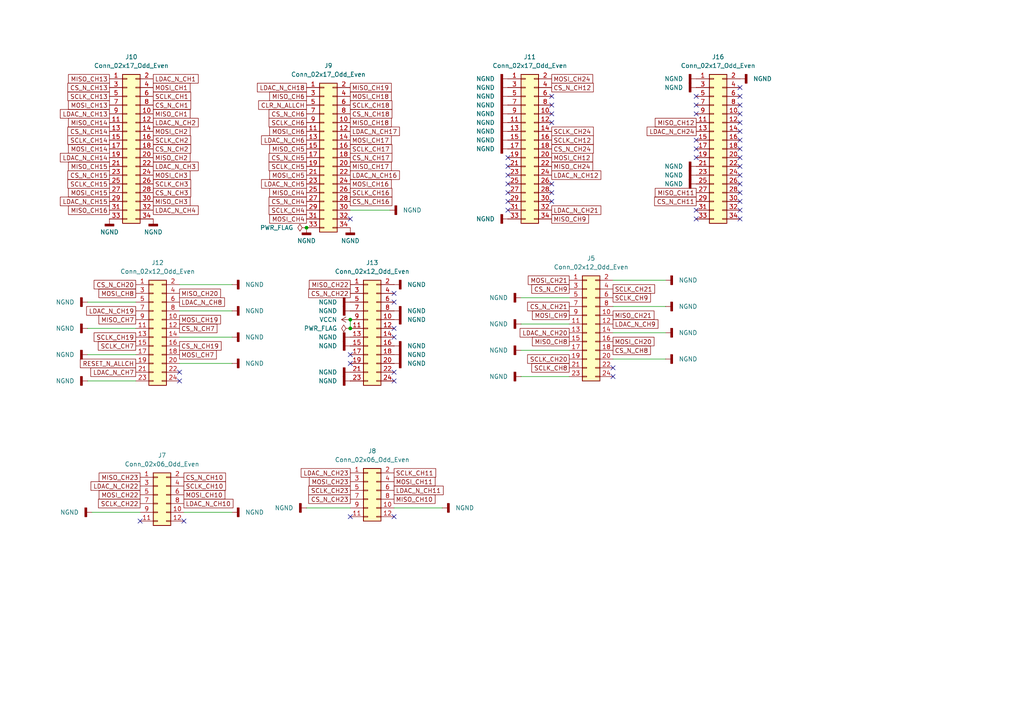
<source format=kicad_sch>
(kicad_sch (version 20250114) (generator "eeschema") (generator_version "9.0")
  (paper "A4")
  (lib_symbols
    (symbol "Connector_Generic:Conn_02x06_Odd_Even" (pin_names (offset 1.016) (hide yes))
      (property "Reference" "J" (at 1.27 7.62 0))
      (property "Value" "Conn_02x06_Odd_Even" (at 1.27 -10.16 0))
      (symbol "Conn_02x06_Odd_Even_1_1"
        (rectangle (start -1.27 6.35) (end 3.81 -8.89) (stroke (width 0.254)) (fill (type background)))
        (rectangle (start -1.27 5.207) (end 0 4.953) (stroke (width 0.1524)))
        (rectangle (start -1.27 2.667) (end 0 2.413) (stroke (width 0.1524)))
        (rectangle (start -1.27 0.127) (end 0 -0.127) (stroke (width 0.1524)))
        (rectangle (start -1.27 -2.413) (end 0 -2.667) (stroke (width 0.1524)))
        (rectangle (start -1.27 -4.953) (end 0 -5.207) (stroke (width 0.1524)))
        (rectangle (start -1.27 -7.493) (end 0 -7.747) (stroke (width 0.1524)))
        (rectangle (start 3.81 5.207) (end 2.54 4.953) (stroke (width 0.1524)))
        (rectangle (start 3.81 2.667) (end 2.54 2.413) (stroke (width 0.1524)))
        (rectangle (start 3.81 0.127) (end 2.54 -0.127) (stroke (width 0.1524)))
        (rectangle (start 3.81 -2.413) (end 2.54 -2.667) (stroke (width 0.1524)))
        (rectangle (start 3.81 -4.953) (end 2.54 -5.207) (stroke (width 0.1524)))
        (rectangle (start 3.81 -7.493) (end 2.54 -7.747) (stroke (width 0.1524)))
        (pin passive line (at -5.08 5.08 0) (length 3.81) (name "Pin_1") (number "1"))
        (pin passive line (at -5.08 2.54 0) (length 3.81) (name "Pin_3") (number "3"))
        (pin passive line (at -5.08 0 0) (length 3.81) (name "Pin_5") (number "5"))
        (pin passive line (at -5.08 -2.54 0) (length 3.81) (name "Pin_7") (number "7"))
        (pin passive line (at -5.08 -5.08 0) (length 3.81) (name "Pin_9") (number "9"))
        (pin passive line (at -5.08 -7.62 0) (length 3.81) (name "Pin_11") (number "11"))
        (pin passive line (at 7.62 5.08 180) (length 3.81) (name "Pin_2") (number "2"))
        (pin passive line (at 7.62 2.54 180) (length 3.81) (name "Pin_4") (number "4"))
        (pin passive line (at 7.62 0 180) (length 3.81) (name "Pin_6") (number "6"))
        (pin passive line (at 7.62 -2.54 180) (length 3.81) (name "Pin_8") (number "8"))
        (pin passive line (at 7.62 -5.08 180) (length 3.81) (name "Pin_10") (number "10"))
        (pin passive line (at 7.62 -7.62 180) (length 3.81) (name "Pin_12") (number "12"))
      )
    )
    (symbol "Connector_Generic:Conn_02x12_Odd_Even" (pin_names (offset 1.016) (hide yes))
      (property "Reference" "J" (at 1.27 15.24 0))
      (property "Value" "Conn_02x12_Odd_Even" (at 1.27 -17.78 0))
      (symbol "Conn_02x12_Odd_Even_1_1"
        (rectangle (start -1.27 13.97) (end 3.81 -16.51) (stroke (width 0.254)) (fill (type background)))
        (rectangle (start -1.27 12.827) (end 0 12.573) (stroke (width 0.1524)))
        (rectangle (start -1.27 10.287) (end 0 10.033) (stroke (width 0.1524)))
        (rectangle (start -1.27 7.747) (end 0 7.493) (stroke (width 0.1524)))
        (rectangle (start -1.27 5.207) (end 0 4.953) (stroke (width 0.1524)))
        (rectangle (start -1.27 2.667) (end 0 2.413) (stroke (width 0.1524)))
        (rectangle (start -1.27 0.127) (end 0 -0.127) (stroke (width 0.1524)))
        (rectangle (start -1.27 -2.413) (end 0 -2.667) (stroke (width 0.1524)))
        (rectangle (start -1.27 -4.953) (end 0 -5.207) (stroke (width 0.1524)))
        (rectangle (start -1.27 -7.493) (end 0 -7.747) (stroke (width 0.1524)))
        (rectangle (start -1.27 -10.033) (end 0 -10.287) (stroke (width 0.1524)))
        (rectangle (start -1.27 -12.573) (end 0 -12.827) (stroke (width 0.1524)))
        (rectangle (start -1.27 -15.113) (end 0 -15.367) (stroke (width 0.1524)))
        (rectangle (start 3.81 12.827) (end 2.54 12.573) (stroke (width 0.1524)))
        (rectangle (start 3.81 10.287) (end 2.54 10.033) (stroke (width 0.1524)))
        (rectangle (start 3.81 7.747) (end 2.54 7.493) (stroke (width 0.1524)))
        (rectangle (start 3.81 5.207) (end 2.54 4.953) (stroke (width 0.1524)))
        (rectangle (start 3.81 2.667) (end 2.54 2.413) (stroke (width 0.1524)))
        (rectangle (start 3.81 0.127) (end 2.54 -0.127) (stroke (width 0.1524)))
        (rectangle (start 3.81 -2.413) (end 2.54 -2.667) (stroke (width 0.1524)))
        (rectangle (start 3.81 -4.953) (end 2.54 -5.207) (stroke (width 0.1524)))
        (rectangle (start 3.81 -7.493) (end 2.54 -7.747) (stroke (width 0.1524)))
        (rectangle (start 3.81 -10.033) (end 2.54 -10.287) (stroke (width 0.1524)))
        (rectangle (start 3.81 -12.573) (end 2.54 -12.827) (stroke (width 0.1524)))
        (rectangle (start 3.81 -15.113) (end 2.54 -15.367) (stroke (width 0.1524)))
        (pin passive line (at -5.08 12.7 0) (length 3.81) (name "Pin_1") (number "1"))
        (pin passive line (at -5.08 10.16 0) (length 3.81) (name "Pin_3") (number "3"))
        (pin passive line (at -5.08 7.62 0) (length 3.81) (name "Pin_5") (number "5"))
        (pin passive line (at -5.08 5.08 0) (length 3.81) (name "Pin_7") (number "7"))
        (pin passive line (at -5.08 2.54 0) (length 3.81) (name "Pin_9") (number "9"))
        (pin passive line (at -5.08 0 0) (length 3.81) (name "Pin_11") (number "11"))
        (pin passive line (at -5.08 -2.54 0) (length 3.81) (name "Pin_13") (number "13"))
        (pin passive line (at -5.08 -5.08 0) (length 3.81) (name "Pin_15") (number "15"))
        (pin passive line (at -5.08 -7.62 0) (length 3.81) (name "Pin_17") (number "17"))
        (pin passive line (at -5.08 -10.16 0) (length 3.81) (name "Pin_19") (number "19"))
        (pin passive line (at -5.08 -12.7 0) (length 3.81) (name "Pin_21") (number "21"))
        (pin passive line (at -5.08 -15.24 0) (length 3.81) (name "Pin_23") (number "23"))
        (pin passive line (at 7.62 12.7 180) (length 3.81) (name "Pin_2") (number "2"))
        (pin passive line (at 7.62 10.16 180) (length 3.81) (name "Pin_4") (number "4"))
        (pin passive line (at 7.62 7.62 180) (length 3.81) (name "Pin_6") (number "6"))
        (pin passive line (at 7.62 5.08 180) (length 3.81) (name "Pin_8") (number "8"))
        (pin passive line (at 7.62 2.54 180) (length 3.81) (name "Pin_10") (number "10"))
        (pin passive line (at 7.62 0 180) (length 3.81) (name "Pin_12") (number "12"))
        (pin passive line (at 7.62 -2.54 180) (length 3.81) (name "Pin_14") (number "14"))
        (pin passive line (at 7.62 -5.08 180) (length 3.81) (name "Pin_16") (number "16"))
        (pin passive line (at 7.62 -7.62 180) (length 3.81) (name "Pin_18") (number "18"))
        (pin passive line (at 7.62 -10.16 180) (length 3.81) (name "Pin_20") (number "20"))
        (pin passive line (at 7.62 -12.7 180) (length 3.81) (name "Pin_22") (number "22"))
        (pin passive line (at 7.62 -15.24 180) (length 3.81) (name "Pin_24") (number "24"))
      )
    )
    (symbol "Connector_Generic:Conn_02x17_Odd_Even" (pin_names (offset 1.016) (hide yes))
      (property "Reference" "J" (at 1.27 22.86 0))
      (property "Value" "Conn_02x17_Odd_Even" (at 1.27 -22.86 0))
      (symbol "Conn_02x17_Odd_Even_1_1"
        (rectangle (start -1.27 21.59) (end 3.81 -21.59) (stroke (width 0.254)) (fill (type background)))
        (rectangle (start -1.27 20.447) (end 0 20.193) (stroke (width 0.1524)))
        (rectangle (start -1.27 17.907) (end 0 17.653) (stroke (width 0.1524)))
        (rectangle (start -1.27 15.367) (end 0 15.113) (stroke (width 0.1524)))
        (rectangle (start -1.27 12.827) (end 0 12.573) (stroke (width 0.1524)))
        (rectangle (start -1.27 10.287) (end 0 10.033) (stroke (width 0.1524)))
        (rectangle (start -1.27 7.747) (end 0 7.493) (stroke (width 0.1524)))
        (rectangle (start -1.27 5.207) (end 0 4.953) (stroke (width 0.1524)))
        (rectangle (start -1.27 2.667) (end 0 2.413) (stroke (width 0.1524)))
        (rectangle (start -1.27 0.127) (end 0 -0.127) (stroke (width 0.1524)))
        (rectangle (start -1.27 -2.413) (end 0 -2.667) (stroke (width 0.1524)))
        (rectangle (start -1.27 -4.953) (end 0 -5.207) (stroke (width 0.1524)))
        (rectangle (start -1.27 -7.493) (end 0 -7.747) (stroke (width 0.1524)))
        (rectangle (start -1.27 -10.033) (end 0 -10.287) (stroke (width 0.1524)))
        (rectangle (start -1.27 -12.573) (end 0 -12.827) (stroke (width 0.1524)))
        (rectangle (start -1.27 -15.113) (end 0 -15.367) (stroke (width 0.1524)))
        (rectangle (start -1.27 -17.653) (end 0 -17.907) (stroke (width 0.1524)))
        (rectangle (start -1.27 -20.193) (end 0 -20.447) (stroke (width 0.1524)))
        (rectangle (start 3.81 20.447) (end 2.54 20.193) (stroke (width 0.1524)))
        (rectangle (start 3.81 17.907) (end 2.54 17.653) (stroke (width 0.1524)))
        (rectangle (start 3.81 15.367) (end 2.54 15.113) (stroke (width 0.1524)))
        (rectangle (start 3.81 12.827) (end 2.54 12.573) (stroke (width 0.1524)))
        (rectangle (start 3.81 10.287) (end 2.54 10.033) (stroke (width 0.1524)))
        (rectangle (start 3.81 7.747) (end 2.54 7.493) (stroke (width 0.1524)))
        (rectangle (start 3.81 5.207) (end 2.54 4.953) (stroke (width 0.1524)))
        (rectangle (start 3.81 2.667) (end 2.54 2.413) (stroke (width 0.1524)))
        (rectangle (start 3.81 0.127) (end 2.54 -0.127) (stroke (width 0.1524)))
        (rectangle (start 3.81 -2.413) (end 2.54 -2.667) (stroke (width 0.1524)))
        (rectangle (start 3.81 -4.953) (end 2.54 -5.207) (stroke (width 0.1524)))
        (rectangle (start 3.81 -7.493) (end 2.54 -7.747) (stroke (width 0.1524)))
        (rectangle (start 3.81 -10.033) (end 2.54 -10.287) (stroke (width 0.1524)))
        (rectangle (start 3.81 -12.573) (end 2.54 -12.827) (stroke (width 0.1524)))
        (rectangle (start 3.81 -15.113) (end 2.54 -15.367) (stroke (width 0.1524)))
        (rectangle (start 3.81 -17.653) (end 2.54 -17.907) (stroke (width 0.1524)))
        (rectangle (start 3.81 -20.193) (end 2.54 -20.447) (stroke (width 0.1524)))
        (pin passive line (at -5.08 20.32 0) (length 3.81) (name "Pin_1") (number "1"))
        (pin passive line (at -5.08 17.78 0) (length 3.81) (name "Pin_3") (number "3"))
        (pin passive line (at -5.08 15.24 0) (length 3.81) (name "Pin_5") (number "5"))
        (pin passive line (at -5.08 12.7 0) (length 3.81) (name "Pin_7") (number "7"))
        (pin passive line (at -5.08 10.16 0) (length 3.81) (name "Pin_9") (number "9"))
        (pin passive line (at -5.08 7.62 0) (length 3.81) (name "Pin_11") (number "11"))
        (pin passive line (at -5.08 5.08 0) (length 3.81) (name "Pin_13") (number "13"))
        (pin passive line (at -5.08 2.54 0) (length 3.81) (name "Pin_15") (number "15"))
        (pin passive line (at -5.08 0 0) (length 3.81) (name "Pin_17") (number "17"))
        (pin passive line (at -5.08 -2.54 0) (length 3.81) (name "Pin_19") (number "19"))
        (pin passive line (at -5.08 -5.08 0) (length 3.81) (name "Pin_21") (number "21"))
        (pin passive line (at -5.08 -7.62 0) (length 3.81) (name "Pin_23") (number "23"))
        (pin passive line (at -5.08 -10.16 0) (length 3.81) (name "Pin_25") (number "25"))
        (pin passive line (at -5.08 -12.7 0) (length 3.81) (name "Pin_27") (number "27"))
        (pin passive line (at -5.08 -15.24 0) (length 3.81) (name "Pin_29") (number "29"))
        (pin passive line (at -5.08 -17.78 0) (length 3.81) (name "Pin_31") (number "31"))
        (pin passive line (at -5.08 -20.32 0) (length 3.81) (name "Pin_33") (number "33"))
        (pin passive line (at 7.62 20.32 180) (length 3.81) (name "Pin_2") (number "2"))
        (pin passive line (at 7.62 17.78 180) (length 3.81) (name "Pin_4") (number "4"))
        (pin passive line (at 7.62 15.24 180) (length 3.81) (name "Pin_6") (number "6"))
        (pin passive line (at 7.62 12.7 180) (length 3.81) (name "Pin_8") (number "8"))
        (pin passive line (at 7.62 10.16 180) (length 3.81) (name "Pin_10") (number "10"))
        (pin passive line (at 7.62 7.62 180) (length 3.81) (name "Pin_12") (number "12"))
        (pin passive line (at 7.62 5.08 180) (length 3.81) (name "Pin_14") (number "14"))
        (pin passive line (at 7.62 2.54 180) (length 3.81) (name "Pin_16") (number "16"))
        (pin passive line (at 7.62 0 180) (length 3.81) (name "Pin_18") (number "18"))
        (pin passive line (at 7.62 -2.54 180) (length 3.81) (name "Pin_20") (number "20"))
        (pin passive line (at 7.62 -5.08 180) (length 3.81) (name "Pin_22") (number "22"))
        (pin passive line (at 7.62 -7.62 180) (length 3.81) (name "Pin_24") (number "24"))
        (pin passive line (at 7.62 -10.16 180) (length 3.81) (name "Pin_26") (number "26"))
        (pin passive line (at 7.62 -12.7 180) (length 3.81) (name "Pin_28") (number "28"))
        (pin passive line (at 7.62 -15.24 180) (length 3.81) (name "Pin_30") (number "30"))
        (pin passive line (at 7.62 -17.78 180) (length 3.81) (name "Pin_32") (number "32"))
        (pin passive line (at 7.62 -20.32 180) (length 3.81) (name "Pin_34") (number "34"))
      )
    )
    (symbol "power:GNDD" (power) (pin_numbers (hide yes)) (pin_names (offset 0) (hide yes))
      (property "Value" "GNDD" (at 0 -3.175 0))
      (symbol "GNDD_0_1"
        (rectangle (start -1.27 -1.524) (end 1.27 -2.032) (stroke (width 0.254)) (fill (type outline)))
        (polyline (pts (xy 0 0) (xy 0 -1.524)))
      )
      (symbol "GNDD_1_1"
        (pin power_in line (at 0 0 270) (length 0) (name "~") (number "1"))
      )
    )
    (symbol "power:PWR_FLAG" (power) (pin_numbers (hide yes)) (pin_names (offset 0) (hide yes))
      (property "Value" "PWR_FLAG" (at 0 3.81 0))
      (symbol "PWR_FLAG_0_0"
        (pin power_out line (at 0 0 90) (length 0) (name "~") (number "1"))
      )
      (symbol "PWR_FLAG_0_1"
        (polyline (pts (xy 0 0) (xy 0 1.27) (xy -1.016 1.905) (xy 0 2.54) (xy 1.016 1.905) (xy 0 1.27)))
      )
    )
    (symbol "power:VCC" (power) (pin_numbers (hide yes)) (pin_names (offset 0) (hide yes))
      (property "Value" "VCC" (at 0 3.556 0))
      (symbol "VCC_0_1"
        (polyline (pts (xy -0.762 1.27) (xy 0 2.54)))
        (polyline (pts (xy 0 2.54) (xy 0.762 1.27)))
        (polyline (pts (xy 0 0) (xy 0 2.54)))
      )
      (symbol "VCC_1_1"
        (pin power_in line (at 0 0 90) (length 0) (name "~") (number "1"))
      )
    )
  )
  (junction (at 101.6 95.25))
  (junction (at 88.9 66.04))
  (junction (at 101.6 92.71))
  (no_connect (at 201.93 33.02))
  (no_connect (at 114.3 87.63))
  (no_connect (at 201.93 30.48))
  (no_connect (at 201.93 63.5))
  (no_connect (at 114.3 95.25))
  (no_connect (at 214.63 58.42))
  (no_connect (at 101.6 149.86))
  (no_connect (at 214.63 35.56))
  (no_connect (at 201.93 27.94))
  (no_connect (at 214.63 30.48))
  (no_connect (at 114.3 107.95))
  (no_connect (at 147.32 58.42))
  (no_connect (at 114.3 85.09))
  (no_connect (at 201.93 43.18))
  (no_connect (at 214.63 25.4))
  (no_connect (at 114.3 110.49))
  (no_connect (at 214.63 60.96))
  (no_connect (at 214.63 48.26))
  (no_connect (at 52.07 110.49))
  (no_connect (at 214.63 27.94))
  (no_connect (at 147.32 45.72))
  (no_connect (at 147.32 50.8))
  (no_connect (at 114.3 97.79))
  (no_connect (at 40.64 151.13))
  (no_connect (at 160.02 30.48))
  (no_connect (at 160.02 27.94))
  (no_connect (at 101.6 102.87))
  (no_connect (at 147.32 53.34))
  (no_connect (at 147.32 48.26))
  (no_connect (at 214.63 43.18))
  (no_connect (at 201.93 45.72))
  (no_connect (at 53.34 151.13))
  (no_connect (at 201.93 40.64))
  (no_connect (at 160.02 55.88))
  (no_connect (at 101.6 63.5))
  (no_connect (at 201.93 60.96))
  (no_connect (at 214.63 55.88))
  (no_connect (at 147.32 60.96))
  (no_connect (at 214.63 45.72))
  (no_connect (at 214.63 53.34))
  (no_connect (at 214.63 50.8))
  (no_connect (at 114.3 149.86))
  (no_connect (at 147.32 55.88))
  (no_connect (at 214.63 40.64))
  (no_connect (at 177.8 109.22))
  (no_connect (at 160.02 35.56))
  (no_connect (at 160.02 33.02))
  (no_connect (at 52.07 107.95))
  (no_connect (at 214.63 33.02))
  (no_connect (at 160.02 53.34))
  (no_connect (at 214.63 63.5))
  (no_connect (at 177.8 106.68))
  (no_connect (at 214.63 38.1))
  (no_connect (at 101.6 105.41))
  (no_connect (at 160.02 58.42))
  (wire (pts (xy 193.04 81.28) (xy 177.8 81.28)))
  (wire (pts (xy 25.4 102.87) (xy 39.37 102.87)))
  (wire (pts (xy 151.13 93.98) (xy 165.1 93.98)))
  (wire (pts (xy 151.13 86.36) (xy 165.1 86.36)))
  (wire (pts (xy 128.27 147.32) (xy 114.3 147.32)))
  (wire (pts (xy 25.4 95.25) (xy 39.37 95.25)))
  (wire (pts (xy 25.4 87.63) (xy 39.37 87.63)))
  (wire (pts (xy 67.31 148.59) (xy 53.34 148.59)))
  (wire (pts (xy 193.04 88.9) (xy 177.8 88.9)))
  (wire (pts (xy 151.13 109.22) (xy 165.1 109.22)))
  (wire (pts (xy 193.04 104.14) (xy 177.8 104.14)))
  (wire (pts (xy 101.6 92.71) (xy 101.6 95.25)))
  (wire (pts (xy 67.31 105.41) (xy 52.07 105.41)))
  (wire (pts (xy 193.04 96.52) (xy 177.8 96.52)))
  (wire (pts (xy 67.31 90.17) (xy 52.07 90.17)))
  (wire (pts (xy 88.9 147.32) (xy 101.6 147.32)))
  (wire (pts (xy 151.13 101.6) (xy 165.1 101.6)))
  (wire (pts (xy 113.03 60.96) (xy 101.6 60.96)))
  (wire (pts (xy 25.4 110.49) (xy 39.37 110.49)))
  (wire (pts (xy 26.67 148.59) (xy 40.64 148.59)))
  (wire (pts (xy 67.31 97.79) (xy 52.07 97.79)))
  (wire (pts (xy 67.31 82.55) (xy 52.07 82.55)))
  (global_label "LDAC_N_CH18" (shape passive) (at 88.9 25.4 180) (property "Intersheetrefs" "${INTERSHEET_REFS}" (effects (hide yes))))
  (global_label "SCLK_CH3" (shape passive) (at 44.45 53.34 0) (property "Intersheetrefs" "${INTERSHEET_REFS}" (effects (hide yes))))
  (global_label "LDAC_N_CH15" (shape passive) (at 31.75 58.42 180) (property "Intersheetrefs" "${INTERSHEET_REFS}" (effects (hide yes))))
  (global_label "MISO_CH4" (shape passive) (at 88.9 55.88 180) (property "Intersheetrefs" "${INTERSHEET_REFS}" (effects (hide yes))))
  (global_label "MOSI_CH5" (shape passive) (at 88.9 50.8 180) (property "Intersheetrefs" "${INTERSHEET_REFS}" (effects (hide yes))))
  (global_label "MOSI_CH14" (shape passive) (at 31.75 43.18 180) (property "Intersheetrefs" "${INTERSHEET_REFS}" (effects (hide yes))))
  (global_label "CS_N_CH12" (shape passive) (at 160.02 25.4 0) (property "Intersheetrefs" "${INTERSHEET_REFS}" (effects (hide yes))))
  (global_label "MOSI_CH13" (shape passive) (at 31.75 30.48 180) (property "Intersheetrefs" "${INTERSHEET_REFS}" (effects (hide yes))))
  (global_label "SCLK_CH11" (shape passive) (at 114.3 137.16 0) (property "Intersheetrefs" "${INTERSHEET_REFS}" (effects (hide yes))))
  (global_label "MISO_CH22" (shape passive) (at 101.6 82.55 180) (property "Intersheetrefs" "${INTERSHEET_REFS}" (effects (hide yes))))
  (global_label "LDAC_N_CH17" (shape passive) (at 101.6 38.1 0) (property "Intersheetrefs" "${INTERSHEET_REFS}" (effects (hide yes))))
  (global_label "CS_N_CH14" (shape passive) (at 31.75 38.1 180) (property "Intersheetrefs" "${INTERSHEET_REFS}" (effects (hide yes))))
  (global_label "MISO_CH1" (shape passive) (at 44.45 33.02 0) (property "Intersheetrefs" "${INTERSHEET_REFS}" (effects (hide yes))))
  (global_label "MOSI_CH7" (shape passive) (at 52.07 102.87 0) (property "Intersheetrefs" "${INTERSHEET_REFS}" (effects (hide yes))))
  (global_label "CS_N_CH4" (shape passive) (at 88.9 58.42 180) (property "Intersheetrefs" "${INTERSHEET_REFS}" (effects (hide yes))))
  (global_label "SCLK_CH2" (shape passive) (at 44.45 40.64 0) (property "Intersheetrefs" "${INTERSHEET_REFS}" (effects (hide yes))))
  (global_label "CS_N_CH8" (shape passive) (at 177.8 101.6 0) (property "Intersheetrefs" "${INTERSHEET_REFS}" (effects (hide yes))))
  (global_label "MOSI_CH17" (shape passive) (at 101.6 40.64 0) (property "Intersheetrefs" "${INTERSHEET_REFS}" (effects (hide yes))))
  (global_label "LDAC_N_CH6" (shape passive) (at 88.9 40.64 180) (property "Intersheetrefs" "${INTERSHEET_REFS}" (effects (hide yes))))
  (global_label "SCLK_CH9" (shape passive) (at 177.8 86.36 0) (property "Intersheetrefs" "${INTERSHEET_REFS}" (effects (hide yes))))
  (global_label "SCLK_CH20" (shape passive) (at 165.1 104.14 180) (property "Intersheetrefs" "${INTERSHEET_REFS}" (effects (hide yes))))
  (global_label "SCLK_CH17" (shape passive) (at 101.6 43.18 0) (property "Intersheetrefs" "${INTERSHEET_REFS}" (effects (hide yes))))
  (global_label "MISO_CH6" (shape passive) (at 88.9 27.94 180) (property "Intersheetrefs" "${INTERSHEET_REFS}" (effects (hide yes))))
  (global_label "LDAC_N_CH22" (shape passive) (at 40.64 140.97 180) (property "Intersheetrefs" "${INTERSHEET_REFS}" (effects (hide yes))))
  (global_label "LDAC_N_CH7" (shape passive) (at 39.37 107.95 180) (property "Intersheetrefs" "${INTERSHEET_REFS}" (effects (hide yes))))
  (global_label "MISO_CH14" (shape passive) (at 31.75 35.56 180) (property "Intersheetrefs" "${INTERSHEET_REFS}" (effects (hide yes))))
  (global_label "MISO_CH20" (shape passive) (at 52.07 85.09 0) (property "Intersheetrefs" "${INTERSHEET_REFS}" (effects (hide yes))))
  (global_label "SCLK_CH22" (shape passive) (at 40.64 146.05 180) (property "Intersheetrefs" "${INTERSHEET_REFS}" (effects (hide yes))))
  (global_label "MOSI_CH23" (shape passive) (at 101.6 139.7 180) (property "Intersheetrefs" "${INTERSHEET_REFS}" (effects (hide yes))))
  (global_label "CS_N_CH10" (shape passive) (at 53.34 138.43 0) (property "Intersheetrefs" "${INTERSHEET_REFS}" (effects (hide yes))))
  (global_label "LDAC_N_CH12" (shape passive) (at 160.02 50.8 0) (property "Intersheetrefs" "${INTERSHEET_REFS}" (effects (hide yes))))
  (global_label "LDAC_N_CH11" (shape passive) (at 114.3 142.24 0) (property "Intersheetrefs" "${INTERSHEET_REFS}" (effects (hide yes))))
  (global_label "MISO_CH3" (shape passive) (at 44.45 58.42 0) (property "Intersheetrefs" "${INTERSHEET_REFS}" (effects (hide yes))))
  (global_label "CS_N_CH11" (shape passive) (at 201.93 58.42 180) (property "Intersheetrefs" "${INTERSHEET_REFS}" (effects (hide yes))))
  (global_label "CS_N_CH21" (shape passive) (at 165.1 88.9 180) (property "Intersheetrefs" "${INTERSHEET_REFS}" (effects (hide yes))))
  (global_label "SCLK_CH18" (shape passive) (at 101.6 30.48 0) (property "Intersheetrefs" "${INTERSHEET_REFS}" (effects (hide yes))))
  (global_label "MOSI_CH22" (shape passive) (at 40.64 143.51 180) (property "Intersheetrefs" "${INTERSHEET_REFS}" (effects (hide yes))))
  (global_label "SCLK_CH4" (shape passive) (at 88.9 60.96 180) (property "Intersheetrefs" "${INTERSHEET_REFS}" (effects (hide yes))))
  (global_label "RESET_N_ALLCH" (shape passive) (at 39.37 105.41 180) (property "Intersheetrefs" "${INTERSHEET_REFS}" (effects (hide yes))))
  (global_label "MISO_CH19" (shape passive) (at 101.6 25.4 0) (property "Intersheetrefs" "${INTERSHEET_REFS}" (effects (hide yes))))
  (global_label "MOSI_CH15" (shape passive) (at 31.75 55.88 180) (property "Intersheetrefs" "${INTERSHEET_REFS}" (effects (hide yes))))
  (global_label "LDAC_N_CH2" (shape passive) (at 44.45 35.56 0) (property "Intersheetrefs" "${INTERSHEET_REFS}" (effects (hide yes))))
  (global_label "SCLK_CH6" (shape passive) (at 88.9 35.56 180) (property "Intersheetrefs" "${INTERSHEET_REFS}" (effects (hide yes))))
  (global_label "LDAC_N_CH24" (shape passive) (at 201.93 38.1 180) (property "Intersheetrefs" "${INTERSHEET_REFS}" (effects (hide yes))))
  (global_label "LDAC_N_CH3" (shape passive) (at 44.45 48.26 0) (property "Intersheetrefs" "${INTERSHEET_REFS}" (effects (hide yes))))
  (global_label "SCLK_CH15" (shape passive) (at 31.75 53.34 180) (property "Intersheetrefs" "${INTERSHEET_REFS}" (effects (hide yes))))
  (global_label "SCLK_CH10" (shape passive) (at 53.34 140.97 0) (property "Intersheetrefs" "${INTERSHEET_REFS}" (effects (hide yes))))
  (global_label "MOSI_CH20" (shape passive) (at 177.8 99.06 0) (property "Intersheetrefs" "${INTERSHEET_REFS}" (effects (hide yes))))
  (global_label "MOSI_CH18" (shape passive) (at 101.6 27.94 0) (property "Intersheetrefs" "${INTERSHEET_REFS}" (effects (hide yes))))
  (global_label "CS_N_CH6" (shape passive) (at 88.9 33.02 180) (property "Intersheetrefs" "${INTERSHEET_REFS}" (effects (hide yes))))
  (global_label "MISO_CH11" (shape passive) (at 201.93 55.88 180) (property "Intersheetrefs" "${INTERSHEET_REFS}" (effects (hide yes))))
  (global_label "MISO_CH18" (shape passive) (at 101.6 35.56 0) (property "Intersheetrefs" "${INTERSHEET_REFS}" (effects (hide yes))))
  (global_label "MOSI_CH2" (shape passive) (at 44.45 38.1 0) (property "Intersheetrefs" "${INTERSHEET_REFS}" (effects (hide yes))))
  (global_label "CS_N_CH2" (shape passive) (at 44.45 43.18 0) (property "Intersheetrefs" "${INTERSHEET_REFS}" (effects (hide yes))))
  (global_label "MOSI_CH16" (shape passive) (at 101.6 53.34 0) (property "Intersheetrefs" "${INTERSHEET_REFS}" (effects (hide yes))))
  (global_label "LDAC_N_CH9" (shape passive) (at 177.8 93.98 0) (property "Intersheetrefs" "${INTERSHEET_REFS}" (effects (hide yes))))
  (global_label "LDAC_N_CH8" (shape passive) (at 52.07 87.63 0) (property "Intersheetrefs" "${INTERSHEET_REFS}" (effects (hide yes))))
  (global_label "LDAC_N_CH1" (shape passive) (at 44.45 22.86 0) (property "Intersheetrefs" "${INTERSHEET_REFS}" (effects (hide yes))))
  (global_label "CS_N_CH19" (shape passive) (at 52.07 100.33 0) (property "Intersheetrefs" "${INTERSHEET_REFS}" (effects (hide yes))))
  (global_label "LDAC_N_CH4" (shape passive) (at 44.45 60.96 0) (property "Intersheetrefs" "${INTERSHEET_REFS}" (effects (hide yes))))
  (global_label "MISO_CH23" (shape passive) (at 40.64 138.43 180) (property "Intersheetrefs" "${INTERSHEET_REFS}" (effects (hide yes))))
  (global_label "MOSI_CH8" (shape passive) (at 39.37 85.09 180) (property "Intersheetrefs" "${INTERSHEET_REFS}" (effects (hide yes))))
  (global_label "MISO_CH16" (shape passive) (at 31.75 60.96 180) (property "Intersheetrefs" "${INTERSHEET_REFS}" (effects (hide yes))))
  (global_label "MISO_CH13" (shape passive) (at 31.75 22.86 180) (property "Intersheetrefs" "${INTERSHEET_REFS}" (effects (hide yes))))
  (global_label "MOSI_CH19" (shape passive) (at 52.07 92.71 0) (property "Intersheetrefs" "${INTERSHEET_REFS}" (effects (hide yes))))
  (global_label "SCLK_CH14" (shape passive) (at 31.75 40.64 180) (property "Intersheetrefs" "${INTERSHEET_REFS}" (effects (hide yes))))
  (global_label "CS_N_CH18" (shape passive) (at 101.6 33.02 0) (property "Intersheetrefs" "${INTERSHEET_REFS}" (effects (hide yes))))
  (global_label "CS_N_CH16" (shape passive) (at 101.6 58.42 0) (property "Intersheetrefs" "${INTERSHEET_REFS}" (effects (hide yes))))
  (global_label "LDAC_N_CH16" (shape passive) (at 101.6 50.8 0) (property "Intersheetrefs" "${INTERSHEET_REFS}" (effects (hide yes))))
  (global_label "LDAC_N_CH14" (shape passive) (at 31.75 45.72 180) (property "Intersheetrefs" "${INTERSHEET_REFS}" (effects (hide yes))))
  (global_label "SCLK_CH21" (shape passive) (at 177.8 83.82 0) (property "Intersheetrefs" "${INTERSHEET_REFS}" (effects (hide yes))))
  (global_label "MOSI_CH3" (shape passive) (at 44.45 50.8 0) (property "Intersheetrefs" "${INTERSHEET_REFS}" (effects (hide yes))))
  (global_label "CS_N_CH15" (shape passive) (at 31.75 50.8 180) (property "Intersheetrefs" "${INTERSHEET_REFS}" (effects (hide yes))))
  (global_label "MISO_CH5" (shape passive) (at 88.9 43.18 180) (property "Intersheetrefs" "${INTERSHEET_REFS}" (effects (hide yes))))
  (global_label "SCLK_CH8" (shape passive) (at 165.1 106.68 180) (property "Intersheetrefs" "${INTERSHEET_REFS}" (effects (hide yes))))
  (global_label "CLR_N_ALLCH" (shape passive) (at 88.9 30.48 180) (property "Intersheetrefs" "${INTERSHEET_REFS}" (effects (hide yes))))
  (global_label "SCLK_CH12" (shape passive) (at 160.02 40.64 0) (property "Intersheetrefs" "${INTERSHEET_REFS}" (effects (hide yes))))
  (global_label "MISO_CH15" (shape passive) (at 31.75 48.26 180) (property "Intersheetrefs" "${INTERSHEET_REFS}" (effects (hide yes))))
  (global_label "MOSI_CH6" (shape passive) (at 88.9 38.1 180) (property "Intersheetrefs" "${INTERSHEET_REFS}" (effects (hide yes))))
  (global_label "SCLK_CH16" (shape passive) (at 101.6 55.88 0) (property "Intersheetrefs" "${INTERSHEET_REFS}" (effects (hide yes))))
  (global_label "CS_N_CH1" (shape passive) (at 44.45 30.48 0) (property "Intersheetrefs" "${INTERSHEET_REFS}" (effects (hide yes))))
  (global_label "MOSI_CH1" (shape passive) (at 44.45 25.4 0) (property "Intersheetrefs" "${INTERSHEET_REFS}" (effects (hide yes))))
  (global_label "MISO_CH10" (shape passive) (at 114.3 144.78 0) (property "Intersheetrefs" "${INTERSHEET_REFS}" (effects (hide yes))))
  (global_label "CS_N_CH5" (shape passive) (at 88.9 45.72 180) (property "Intersheetrefs" "${INTERSHEET_REFS}" (effects (hide yes))))
  (global_label "CS_N_CH9" (shape passive) (at 165.1 83.82 180) (property "Intersheetrefs" "${INTERSHEET_REFS}" (effects (hide yes))))
  (global_label "LDAC_N_CH5" (shape passive) (at 88.9 53.34 180) (property "Intersheetrefs" "${INTERSHEET_REFS}" (effects (hide yes))))
  (global_label "MISO_CH8" (shape passive) (at 165.1 99.06 180) (property "Intersheetrefs" "${INTERSHEET_REFS}" (effects (hide yes))))
  (global_label "LDAC_N_CH23" (shape passive) (at 101.6 137.16 180) (property "Intersheetrefs" "${INTERSHEET_REFS}" (effects (hide yes))))
  (global_label "CS_N_CH7" (shape passive) (at 52.07 95.25 0) (property "Intersheetrefs" "${INTERSHEET_REFS}" (effects (hide yes))))
  (global_label "MISO_CH21" (shape passive) (at 177.8 91.44 0) (property "Intersheetrefs" "${INTERSHEET_REFS}" (effects (hide yes))))
  (global_label "LDAC_N_CH10" (shape passive) (at 53.34 146.05 0) (property "Intersheetrefs" "${INTERSHEET_REFS}" (effects (hide yes))))
  (global_label "MISO_CH2" (shape passive) (at 44.45 45.72 0) (property "Intersheetrefs" "${INTERSHEET_REFS}" (effects (hide yes))))
  (global_label "CS_N_CH23" (shape passive) (at 101.6 144.78 180) (property "Intersheetrefs" "${INTERSHEET_REFS}" (effects (hide yes))))
  (global_label "MISO_CH12" (shape passive) (at 201.93 35.56 180) (property "Intersheetrefs" "${INTERSHEET_REFS}" (effects (hide yes))))
  (global_label "MOSI_CH21" (shape passive) (at 165.1 81.28 180) (property "Intersheetrefs" "${INTERSHEET_REFS}" (effects (hide yes))))
  (global_label "SCLK_CH23" (shape passive) (at 101.6 142.24 180) (property "Intersheetrefs" "${INTERSHEET_REFS}" (effects (hide yes))))
  (global_label "CS_N_CH24" (shape passive) (at 160.02 43.18 0) (property "Intersheetrefs" "${INTERSHEET_REFS}" (effects (hide yes))))
  (global_label "LDAC_N_CH20" (shape passive) (at 165.1 96.52 180) (property "Intersheetrefs" "${INTERSHEET_REFS}" (effects (hide yes))))
  (global_label "MISO_CH24" (shape passive) (at 160.02 48.26 0) (property "Intersheetrefs" "${INTERSHEET_REFS}" (effects (hide yes))))
  (global_label "MOSI_CH24" (shape passive) (at 160.02 22.86 0) (property "Intersheetrefs" "${INTERSHEET_REFS}" (effects (hide yes))))
  (global_label "SCLK_CH13" (shape passive) (at 31.75 27.94 180) (property "Intersheetrefs" "${INTERSHEET_REFS}" (effects (hide yes))))
  (global_label "LDAC_N_CH21" (shape passive) (at 160.02 60.96 0) (property "Intersheetrefs" "${INTERSHEET_REFS}" (effects (hide yes))))
  (global_label "SCLK_CH19" (shape passive) (at 39.37 97.79 180) (property "Intersheetrefs" "${INTERSHEET_REFS}" (effects (hide yes))))
  (global_label "CS_N_CH17" (shape passive) (at 101.6 45.72 0) (property "Intersheetrefs" "${INTERSHEET_REFS}" (effects (hide yes))))
  (global_label "LDAC_N_CH13" (shape passive) (at 31.75 33.02 180) (property "Intersheetrefs" "${INTERSHEET_REFS}" (effects (hide yes))))
  (global_label "SCLK_CH1" (shape passive) (at 44.45 27.94 0) (property "Intersheetrefs" "${INTERSHEET_REFS}" (effects (hide yes))))
  (global_label "CS_N_CH13" (shape passive) (at 31.75 25.4 180) (property "Intersheetrefs" "${INTERSHEET_REFS}" (effects (hide yes))))
  (global_label "MOSI_CH10" (shape passive) (at 53.34 143.51 0) (property "Intersheetrefs" "${INTERSHEET_REFS}" (effects (hide yes))))
  (global_label "SCLK_CH24" (shape passive) (at 160.02 38.1 0) (property "Intersheetrefs" "${INTERSHEET_REFS}" (effects (hide yes))))
  (global_label "CS_N_CH20" (shape passive) (at 39.37 82.55 180) (property "Intersheetrefs" "${INTERSHEET_REFS}" (effects (hide yes))))
  (global_label "MISO_CH9" (shape passive) (at 160.02 63.5 0) (property "Intersheetrefs" "${INTERSHEET_REFS}" (effects (hide yes))))
  (global_label "MOSI_CH11" (shape passive) (at 114.3 139.7 0) (property "Intersheetrefs" "${INTERSHEET_REFS}" (effects (hide yes))))
  (global_label "SCLK_CH7" (shape passive) (at 39.37 100.33 180) (property "Intersheetrefs" "${INTERSHEET_REFS}" (effects (hide yes))))
  (global_label "SCLK_CH5" (shape passive) (at 88.9 48.26 180) (property "Intersheetrefs" "${INTERSHEET_REFS}" (effects (hide yes))))
  (global_label "MOSI_CH9" (shape passive) (at 165.1 91.44 180) (property "Intersheetrefs" "${INTERSHEET_REFS}" (effects (hide yes))))
  (global_label "LDAC_N_CH19" (shape passive) (at 39.37 90.17 180) (property "Intersheetrefs" "${INTERSHEET_REFS}" (effects (hide yes))))
  (global_label "MOSI_CH4" (shape passive) (at 88.9 63.5 180) (property "Intersheetrefs" "${INTERSHEET_REFS}" (effects (hide yes))))
  (global_label "CS_N_CH22" (shape passive) (at 101.6 85.09 180) (property "Intersheetrefs" "${INTERSHEET_REFS}" (effects (hide yes))))
  (global_label "MISO_CH17" (shape passive) (at 101.6 48.26 0) (property "Intersheetrefs" "${INTERSHEET_REFS}" (effects (hide yes))))
  (global_label "CS_N_CH3" (shape passive) (at 44.45 55.88 0) (property "Intersheetrefs" "${INTERSHEET_REFS}" (effects (hide yes))))
  (global_label "MISO_CH7" (shape passive) (at 39.37 92.71 180) (property "Intersheetrefs" "${INTERSHEET_REFS}" (effects (hide yes))))
  (global_label "MOSI_CH12" (shape passive) (at 160.02 45.72 0) (property "Intersheetrefs" "${INTERSHEET_REFS}" (effects (hide yes))))
  (symbol (lib_id "power:GNDD") (at 67.31 97.79 90) (unit 1)
    (property "Reference" "#PWR0460" (effects (hide yes)))
    (property "Value" "NGND" (at 71.12 97.7899 90) (effects (justify right)))
    (property "Description" "Power symbol creates a global label with name \"GNDD\" , digital ground" (effects (hide yes)))
  )
  (symbol (lib_id "Connector_Generic:Conn_02x06_Odd_Even") (at 45.72 143.51 0) (unit 1)
    (property "Reference" "J7" (at 46.99 132.08 0))
    (property "Value" "Conn_02x06_Odd_Even" (at 46.99 134.62 0))
    (property "Footprint" "Connector_PinHeader_2.54mm:PinHeader_2x06_P2.54mm_Vertical" (effects (hide yes)))
    (property "Description" "Generic connector, double row, 02x06, odd/even pin numbering scheme (row 1 odd numbers, row 2 even numbers), script generated (kicad-library-utils/schlib/autogen/connector/)" (effects (hide yes)))
  )
  (symbol (lib_id "power:GNDD") (at 214.63 22.86 90) (unit 1)
    (property "Reference" "#PWR0499" (effects (hide yes)))
    (property "Value" "NGND" (at 218.44 22.8599 90) (effects (justify right)))
    (property "Description" "Power symbol creates a global label with name \"GNDD\" , digital ground" (effects (hide yes)))
  )
  (symbol (lib_id "power:GNDD") (at 147.32 30.48 270) (unit 1)
    (property "Reference" "#PWR0445" (effects (hide yes)))
    (property "Value" "NGND" (at 143.51 30.4799 90) (effects (justify right)))
    (property "Description" "Power symbol creates a global label with name \"GNDD\" , digital ground" (effects (hide yes)))
  )
  (symbol (lib_id "power:GNDD") (at 44.45 63.5 0) (unit 1)
    (property "Reference" "#PWR0297" (effects (hide yes)))
    (property "Value" "NGND" (at 44.45 67.31 0))
    (property "Description" "Power symbol creates a global label with name \"GNDD\" , digital ground" (effects (hide yes)))
  )
  (symbol (lib_id "power:GNDD") (at 114.3 100.33 90) (unit 1)
    (property "Reference" "#PWR0471" (effects (hide yes)))
    (property "Value" "NGND" (at 118.11 100.3299 90) (effects (justify right)))
    (property "Description" "Power symbol creates a global label with name \"GNDD\" , digital ground" (effects (hide yes)))
  )
  (symbol (lib_id "Connector_Generic:Conn_02x17_Odd_Even") (at 207.01 43.18 0) (unit 1)
    (property "Reference" "J16" (at 208.28 16.51 0))
    (property "Value" "Conn_02x17_Odd_Even" (at 208.28 19.05 0))
    (property "Footprint" "Connector_PinHeader_2.00mm:PinHeader_2x17_P2.00mm_Vertical" (effects (hide yes)))
    (property "Description" "Generic connector, double row, 02x17, odd/even pin numbering scheme (row 1 odd numbers, row 2 even numbers), script generated (kicad-library-utils/schlib/autogen/connector/)" (effects (hide yes)))
  )
  (symbol (lib_id "power:GNDD") (at 101.6 100.33 270) (unit 1)
    (property "Reference" "#PWR0465" (effects (hide yes)))
    (property "Value" "NGND" (at 97.79 100.3299 90) (effects (justify right)))
    (property "Description" "Power symbol creates a global label with name \"GNDD\" , digital ground" (effects (hide yes)))
  )
  (symbol (lib_id "power:GNDD") (at 201.93 48.26 270) (unit 1)
    (property "Reference" "#PWR0496" (effects (hide yes)))
    (property "Value" "NGND" (at 198.12 48.2599 90) (effects (justify right)))
    (property "Description" "Power symbol creates a global label with name \"GNDD\" , digital ground" (effects (hide yes)))
  )
  (symbol (lib_id "power:GNDD") (at 147.32 35.56 270) (unit 1)
    (property "Reference" "#PWR0447" (effects (hide yes)))
    (property "Value" "NGND" (at 143.51 35.5599 90) (effects (justify right)))
    (property "Description" "Power symbol creates a global label with name \"GNDD\" , digital ground" (effects (hide yes)))
  )
  (symbol (lib_id "power:GNDD") (at 201.93 22.86 270) (unit 1)
    (property "Reference" "#PWR0494" (effects (hide yes)))
    (property "Value" "NGND" (at 198.12 22.8599 90) (effects (justify right)))
    (property "Description" "Power symbol creates a global label with name \"GNDD\" , digital ground" (effects (hide yes)))
  )
  (symbol (lib_id "power:GNDD") (at 101.6 87.63 270) (unit 1)
    (property "Reference" "#PWR0462" (effects (hide yes)))
    (property "Value" "NGND" (at 97.79 87.6299 90) (effects (justify right)))
    (property "Description" "Power symbol creates a global label with name \"GNDD\" , digital ground" (effects (hide yes)))
  )
  (symbol (lib_id "power:GNDD") (at 114.3 102.87 90) (unit 1)
    (property "Reference" "#PWR0472" (effects (hide yes)))
    (property "Value" "NGND" (at 118.11 102.8699 90) (effects (justify right)))
    (property "Description" "Power symbol creates a global label with name \"GNDD\" , digital ground" (effects (hide yes)))
  )
  (symbol (lib_id "power:GNDD") (at 193.04 96.52 90) (unit 1)
    (property "Reference" "#PWR0480" (effects (hide yes)))
    (property "Value" "NGND" (at 196.85 96.5199 90) (effects (justify right)))
    (property "Description" "Power symbol creates a global label with name \"GNDD\" , digital ground" (effects (hide yes)))
  )
  (symbol (lib_id "power:GNDD") (at 147.32 33.02 270) (unit 1)
    (property "Reference" "#PWR0446" (effects (hide yes)))
    (property "Value" "NGND" (at 143.51 33.0199 90) (effects (justify right)))
    (property "Description" "Power symbol creates a global label with name \"GNDD\" , digital ground" (effects (hide yes)))
  )
  (symbol (lib_id "power:GNDD") (at 128.27 147.32 90) (unit 1)
    (property "Reference" "#PWR0506" (effects (hide yes)))
    (property "Value" "NGND" (at 132.08 147.3199 90) (effects (justify right)))
    (property "Description" "Power symbol creates a global label with name \"GNDD\" , digital ground" (effects (hide yes)))
  )
  (symbol (lib_id "power:GNDD") (at 193.04 81.28 90) (unit 1)
    (property "Reference" "#PWR0478" (effects (hide yes)))
    (property "Value" "NGND" (at 196.85 81.2799 90) (effects (justify right)))
    (property "Description" "Power symbol creates a global label with name \"GNDD\" , digital ground" (effects (hide yes)))
  )
  (symbol (lib_id "power:GNDD") (at 147.32 43.18 270) (unit 1)
    (property "Reference" "#PWR0450" (effects (hide yes)))
    (property "Value" "NGND" (at 143.51 43.1799 90) (effects (justify right)))
    (property "Description" "Power symbol creates a global label with name \"GNDD\" , digital ground" (effects (hide yes)))
  )
  (symbol (lib_id "power:GNDD") (at 88.9 66.04 0) (unit 1)
    (property "Reference" "#PWR0292" (effects (hide yes)))
    (property "Value" "NGND" (at 88.9 69.85 0))
    (property "Description" "Power symbol creates a global label with name \"GNDD\" , digital ground" (effects (hide yes)))
  )
  (symbol (lib_id "power:GNDD") (at 147.32 25.4 270) (unit 1)
    (property "Reference" "#PWR0443" (effects (hide yes)))
    (property "Value" "NGND" (at 143.51 25.3999 90) (effects (justify right)))
    (property "Description" "Power symbol creates a global label with name \"GNDD\" , digital ground" (effects (hide yes)))
  )
  (symbol (lib_id "power:GNDD") (at 114.3 82.55 90) (unit 1)
    (property "Reference" "#PWR0468" (effects (hide yes)))
    (property "Value" "NGND" (at 118.11 82.5499 90) (effects (justify right)))
    (property "Description" "Power symbol creates a global label with name \"GNDD\" , digital ground" (effects (hide yes)))
  )
  (symbol (lib_id "power:GNDD") (at 201.93 53.34 270) (unit 1)
    (property "Reference" "#PWR0498" (effects (hide yes)))
    (property "Value" "NGND" (at 198.12 53.3399 90) (effects (justify right)))
    (property "Description" "Power symbol creates a global label with name \"GNDD\" , digital ground" (effects (hide yes)))
  )
  (symbol (lib_id "power:VCC") (at 101.6 92.71 90) (unit 1)
    (property "Reference" "#PWR0295" (effects (hide yes)))
    (property "Value" "VCCN" (at 97.79 92.7099 90) (effects (justify left)))
    (property "Description" "Power symbol creates a global label with name \"VCC\"" (effects (hide yes)))
  )
  (symbol (lib_id "power:GNDD") (at 25.4 95.25 270) (unit 1)
    (property "Reference" "#PWR0455" (effects (hide yes)))
    (property "Value" "NGND" (at 21.59 95.2499 90) (effects (justify right)))
    (property "Description" "Power symbol creates a global label with name \"GNDD\" , digital ground" (effects (hide yes)))
  )
  (symbol (lib_id "power:GNDD") (at 25.4 87.63 270) (unit 1)
    (property "Reference" "#PWR0454" (effects (hide yes)))
    (property "Value" "NGND" (at 21.59 87.6299 90) (effects (justify right)))
    (property "Description" "Power symbol creates a global label with name \"GNDD\" , digital ground" (effects (hide yes)))
  )
  (symbol (lib_id "power:PWR_FLAG") (at 88.9 66.04 90) (unit 1)
    (property "Reference" "#FLG05" (effects (hide yes)))
    (property "Value" "PWR_FLAG" (at 85.09 66.0399 90) (effects (justify left)))
    (property "Description" "Special symbol for telling ERC where power comes from" (effects (hide yes)))
  )
  (symbol (lib_id "power:GNDD") (at 151.13 93.98 270) (unit 1)
    (property "Reference" "#PWR0475" (effects (hide yes)))
    (property "Value" "NGND" (at 147.32 93.9799 90) (effects (justify right)))
    (property "Description" "Power symbol creates a global label with name \"GNDD\" , digital ground" (effects (hide yes)))
  )
  (symbol (lib_id "power:PWR_FLAG") (at 101.6 95.25 90) (mirror x) (unit 1)
    (property "Reference" "#FLG07" (effects (hide yes)))
    (property "Value" "PWR_FLAG" (at 97.79 95.2499 90) (effects (justify left)))
    (property "Description" "Special symbol for telling ERC where power comes from" (effects (hide yes)))
  )
  (symbol (lib_id "power:GNDD") (at 101.6 90.17 270) (unit 1)
    (property "Reference" "#PWR0463" (effects (hide yes)))
    (property "Value" "NGND" (at 97.79 90.1699 90) (effects (justify right)))
    (property "Description" "Power symbol creates a global label with name \"GNDD\" , digital ground" (effects (hide yes)))
  )
  (symbol (lib_id "Connector_Generic:Conn_02x12_Odd_Even") (at 44.45 95.25 0) (unit 1)
    (property "Reference" "J12" (at 45.72 76.2 0))
    (property "Value" "Conn_02x12_Odd_Even" (at 45.72 78.74 0))
    (property "Footprint" "Connector_PinHeader_2.54mm:PinHeader_2x12_P2.54mm_Vertical" (effects (hide yes)))
    (property "Description" "Generic connector, double row, 02x12, odd/even pin numbering scheme (row 1 odd numbers, row 2 even numbers), script generated (kicad-library-utils/schlib/autogen/connector/)" (effects (hide yes)))
  )
  (symbol (lib_id "power:GNDD") (at 101.6 107.95 270) (unit 1)
    (property "Reference" "#PWR0466" (effects (hide yes)))
    (property "Value" "NGND" (at 97.79 107.9499 90) (effects (justify right)))
    (property "Description" "Power symbol creates a global label with name \"GNDD\" , digital ground" (effects (hide yes)))
  )
  (symbol (lib_id "power:GNDD") (at 114.3 92.71 90) (unit 1)
    (property "Reference" "#PWR0470" (effects (hide yes)))
    (property "Value" "NGND" (at 118.11 92.7099 90) (effects (justify right)))
    (property "Description" "Power symbol creates a global label with name \"GNDD\" , digital ground" (effects (hide yes)))
  )
  (symbol (lib_id "power:GNDD") (at 101.6 97.79 270) (unit 1)
    (property "Reference" "#PWR0464" (effects (hide yes)))
    (property "Value" "NGND" (at 97.79 97.7899 90) (effects (justify right)))
    (property "Description" "Power symbol creates a global label with name \"GNDD\" , digital ground" (effects (hide yes)))
  )
  (symbol (lib_id "power:GNDD") (at 201.93 50.8 270) (unit 1)
    (property "Reference" "#PWR0497" (effects (hide yes)))
    (property "Value" "NGND" (at 198.12 50.7999 90) (effects (justify right)))
    (property "Description" "Power symbol creates a global label with name \"GNDD\" , digital ground" (effects (hide yes)))
  )
  (symbol (lib_id "Connector_Generic:Conn_02x12_Odd_Even") (at 106.68 95.25 0) (unit 1)
    (property "Reference" "J13" (at 107.95 76.2 0))
    (property "Value" "Conn_02x12_Odd_Even" (at 107.95 78.74 0))
    (property "Footprint" "Connector_PinHeader_2.54mm:PinHeader_2x12_P2.54mm_Vertical" (effects (hide yes)))
    (property "Description" "Generic connector, double row, 02x12, odd/even pin numbering scheme (row 1 odd numbers, row 2 even numbers), script generated (kicad-library-utils/schlib/autogen/connector/)" (effects (hide yes)))
  )
  (symbol (lib_id "power:GNDD") (at 101.6 66.04 0) (unit 1)
    (property "Reference" "#PWR0293" (effects (hide yes)))
    (property "Value" "NGND" (at 101.6 69.85 0))
    (property "Description" "Power symbol creates a global label with name \"GNDD\" , digital ground" (effects (hide yes)))
  )
  (symbol (lib_id "power:GNDD") (at 25.4 110.49 270) (unit 1)
    (property "Reference" "#PWR0457" (effects (hide yes)))
    (property "Value" "NGND" (at 21.59 110.4899 90) (effects (justify right)))
    (property "Description" "Power symbol creates a global label with name \"GNDD\" , digital ground" (effects (hide yes)))
  )
  (symbol (lib_id "power:GNDD") (at 147.32 27.94 270) (unit 1)
    (property "Reference" "#PWR0444" (effects (hide yes)))
    (property "Value" "NGND" (at 143.51 27.9399 90) (effects (justify right)))
    (property "Description" "Power symbol creates a global label with name \"GNDD\" , digital ground" (effects (hide yes)))
  )
  (symbol (lib_id "power:GNDD") (at 193.04 104.14 90) (unit 1)
    (property "Reference" "#PWR0481" (effects (hide yes)))
    (property "Value" "NGND" (at 196.85 104.1399 90) (effects (justify right)))
    (property "Description" "Power symbol creates a global label with name \"GNDD\" , digital ground" (effects (hide yes)))
  )
  (symbol (lib_id "power:GNDD") (at 147.32 40.64 270) (unit 1)
    (property "Reference" "#PWR0449" (effects (hide yes)))
    (property "Value" "NGND" (at 143.51 40.6399 90) (effects (justify right)))
    (property "Description" "Power symbol creates a global label with name \"GNDD\" , digital ground" (effects (hide yes)))
  )
  (symbol (lib_id "power:GNDD") (at 201.93 25.4 270) (unit 1)
    (property "Reference" "#PWR0495" (effects (hide yes)))
    (property "Value" "NGND" (at 198.12 25.3999 90) (effects (justify right)))
    (property "Description" "Power symbol creates a global label with name \"GNDD\" , digital ground" (effects (hide yes)))
  )
  (symbol (lib_id "power:GNDD") (at 67.31 82.55 90) (unit 1)
    (property "Reference" "#PWR0458" (effects (hide yes)))
    (property "Value" "NGND" (at 71.12 82.5499 90) (effects (justify right)))
    (property "Description" "Power symbol creates a global label with name \"GNDD\" , digital ground" (effects (hide yes)))
  )
  (symbol (lib_id "power:GNDD") (at 31.75 63.5 0) (unit 1)
    (property "Reference" "#PWR0296" (effects (hide yes)))
    (property "Value" "NGND" (at 31.75 67.31 0))
    (property "Description" "Power symbol creates a global label with name \"GNDD\" , digital ground" (effects (hide yes)))
  )
  (symbol (lib_id "power:GNDD") (at 151.13 86.36 270) (unit 1)
    (property "Reference" "#PWR0474" (effects (hide yes)))
    (property "Value" "NGND" (at 147.32 86.3599 90) (effects (justify right)))
    (property "Description" "Power symbol creates a global label with name \"GNDD\" , digital ground" (effects (hide yes)))
  )
  (symbol (lib_id "Connector_Generic:Conn_02x17_Odd_Even") (at 93.98 45.72 0) (unit 1)
    (property "Reference" "J9" (at 95.25 19.05 0))
    (property "Value" "Conn_02x17_Odd_Even" (at 95.25 21.59 0))
    (property "Footprint" "Connector_PinHeader_2.00mm:PinHeader_2x17_P2.00mm_Vertical" (effects (hide yes)))
    (property "Description" "Generic connector, double row, 02x17, odd/even pin numbering scheme (row 1 odd numbers, row 2 even numbers), script generated (kicad-library-utils/schlib/autogen/connector/)" (effects (hide yes)))
  )
  (symbol (lib_id "power:GNDD") (at 147.32 22.86 270) (unit 1)
    (property "Reference" "#PWR0442" (effects (hide yes)))
    (property "Value" "NGND" (at 143.51 22.8599 90) (effects (justify right)))
    (property "Description" "Power symbol creates a global label with name \"GNDD\" , digital ground" (effects (hide yes)))
  )
  (symbol (lib_id "power:GNDD") (at 114.3 105.41 90) (unit 1)
    (property "Reference" "#PWR0473" (effects (hide yes)))
    (property "Value" "NGND" (at 118.11 105.4099 90) (effects (justify right)))
    (property "Description" "Power symbol creates a global label with name \"GNDD\" , digital ground" (effects (hide yes)))
  )
  (symbol (lib_id "power:GNDD") (at 151.13 109.22 270) (unit 1)
    (property "Reference" "#PWR0477" (effects (hide yes)))
    (property "Value" "NGND" (at 147.32 109.2199 90) (effects (justify right)))
    (property "Description" "Power symbol creates a global label with name \"GNDD\" , digital ground" (effects (hide yes)))
  )
  (symbol (lib_id "power:GNDD") (at 26.67 148.59 270) (unit 1)
    (property "Reference" "#PWR0502" (effects (hide yes)))
    (property "Value" "NGND" (at 22.86 148.5899 90) (effects (justify right)))
    (property "Description" "Power symbol creates a global label with name \"GNDD\" , digital ground" (effects (hide yes)))
  )
  (symbol (lib_id "power:GNDD") (at 113.03 60.96 90) (unit 1)
    (property "Reference" "#PWR0294" (effects (hide yes)))
    (property "Value" "NGND" (at 116.84 60.9599 90) (effects (justify right)))
    (property "Description" "Power symbol creates a global label with name \"GNDD\" , digital ground" (effects (hide yes)))
  )
  (symbol (lib_id "power:GNDD") (at 151.13 101.6 270) (unit 1)
    (property "Reference" "#PWR0476" (effects (hide yes)))
    (property "Value" "NGND" (at 147.32 101.5999 90) (effects (justify right)))
    (property "Description" "Power symbol creates a global label with name \"GNDD\" , digital ground" (effects (hide yes)))
  )
  (symbol (lib_id "power:GNDD") (at 67.31 148.59 90) (unit 1)
    (property "Reference" "#PWR0503" (effects (hide yes)))
    (property "Value" "NGND" (at 71.12 148.5899 90) (effects (justify right)))
    (property "Description" "Power symbol creates a global label with name \"GNDD\" , digital ground" (effects (hide yes)))
  )
  (symbol (lib_id "power:GNDD") (at 193.04 88.9 90) (unit 1)
    (property "Reference" "#PWR0479" (effects (hide yes)))
    (property "Value" "NGND" (at 196.85 88.8999 90) (effects (justify right)))
    (property "Description" "Power symbol creates a global label with name \"GNDD\" , digital ground" (effects (hide yes)))
  )
  (symbol (lib_id "Connector_Generic:Conn_02x17_Odd_Even") (at 36.83 43.18 0) (unit 1)
    (property "Reference" "J10" (at 38.1 16.51 0))
    (property "Value" "Conn_02x17_Odd_Even" (at 38.1 19.05 0))
    (property "Footprint" "Connector_PinHeader_2.00mm:PinHeader_2x17_P2.00mm_Vertical" (effects (hide yes)))
    (property "Description" "Generic connector, double row, 02x17, odd/even pin numbering scheme (row 1 odd numbers, row 2 even numbers), script generated (kicad-library-utils/schlib/autogen/connector/)" (effects (hide yes)))
  )
  (symbol (lib_id "Connector_Generic:Conn_02x17_Odd_Even") (at 152.4 43.18 0) (unit 1)
    (property "Reference" "J11" (at 153.67 16.51 0))
    (property "Value" "Conn_02x17_Odd_Even" (at 153.67 19.05 0))
    (property "Footprint" "Connector_PinHeader_2.00mm:PinHeader_2x17_P2.00mm_Vertical" (effects (hide yes)))
    (property "Description" "Generic connector, double row, 02x17, odd/even pin numbering scheme (row 1 odd numbers, row 2 even numbers), script generated (kicad-library-utils/schlib/autogen/connector/)" (effects (hide yes)))
  )
  (symbol (lib_id "power:GNDD") (at 88.9 147.32 270) (unit 1)
    (property "Reference" "#PWR0504" (effects (hide yes)))
    (property "Value" "NGND" (at 85.09 147.3199 90) (effects (justify right)))
    (property "Description" "Power symbol creates a global label with name \"GNDD\" , digital ground" (effects (hide yes)))
  )
  (symbol (lib_id "power:GNDD") (at 114.3 90.17 90) (unit 1)
    (property "Reference" "#PWR0469" (effects (hide yes)))
    (property "Value" "NGND" (at 118.11 90.1699 90) (effects (justify right)))
    (property "Description" "Power symbol creates a global label with name \"GNDD\" , digital ground" (effects (hide yes)))
  )
  (symbol (lib_id "Connector_Generic:Conn_02x12_Odd_Even") (at 170.18 93.98 0) (unit 1)
    (property "Reference" "J5" (at 171.45 74.93 0))
    (property "Value" "Conn_02x12_Odd_Even" (at 171.45 77.47 0))
    (property "Footprint" "Connector_PinHeader_2.54mm:PinHeader_2x12_P2.54mm_Vertical" (effects (hide yes)))
    (property "Description" "Generic connector, double row, 02x12, odd/even pin numbering scheme (row 1 odd numbers, row 2 even numbers), script generated (kicad-library-utils/schlib/autogen/connector/)" (effects (hide yes)))
  )
  (symbol (lib_id "power:GNDD") (at 147.32 38.1 270) (unit 1)
    (property "Reference" "#PWR0448" (effects (hide yes)))
    (property "Value" "NGND" (at 143.51 38.0999 90) (effects (justify right)))
    (property "Description" "Power symbol creates a global label with name \"GNDD\" , digital ground" (effects (hide yes)))
  )
  (symbol (lib_id "power:GNDD") (at 67.31 105.41 90) (unit 1)
    (property "Reference" "#PWR0461" (effects (hide yes)))
    (property "Value" "NGND" (at 71.12 105.4099 90) (effects (justify right)))
    (property "Description" "Power symbol creates a global label with name \"GNDD\" , digital ground" (effects (hide yes)))
  )
  (symbol (lib_id "power:GNDD") (at 101.6 110.49 270) (unit 1)
    (property "Reference" "#PWR0467" (effects (hide yes)))
    (property "Value" "NGND" (at 97.79 110.4899 90) (effects (justify right)))
    (property "Description" "Power symbol creates a global label with name \"GNDD\" , digital ground" (effects (hide yes)))
  )
  (symbol (lib_id "power:GNDD") (at 147.32 63.5 270) (unit 1)
    (property "Reference" "#PWR0451" (effects (hide yes)))
    (property "Value" "NGND" (at 143.51 63.4999 90) (effects (justify right)))
    (property "Description" "Power symbol creates a global label with name \"GNDD\" , digital ground" (effects (hide yes)))
  )
  (symbol (lib_id "power:GNDD") (at 67.31 90.17 90) (unit 1)
    (property "Reference" "#PWR0459" (effects (hide yes)))
    (property "Value" "NGND" (at 71.12 90.1699 90) (effects (justify right)))
    (property "Description" "Power symbol creates a global label with name \"GNDD\" , digital ground" (effects (hide yes)))
  )
  (symbol (lib_id "power:GNDD") (at 25.4 102.87 270) (unit 1)
    (property "Reference" "#PWR0456" (effects (hide yes)))
    (property "Value" "NGND" (at 21.59 102.8699 90) (effects (justify right)))
    (property "Description" "Power symbol creates a global label with name \"GNDD\" , digital ground" (effects (hide yes)))
  )
  (symbol (lib_id "Connector_Generic:Conn_02x06_Odd_Even") (at 106.68 142.24 0) (unit 1)
    (property "Reference" "J8" (at 107.95 130.81 0))
    (property "Value" "Conn_02x06_Odd_Even" (at 107.95 133.35 0))
    (property "Footprint" "Connector_PinHeader_2.54mm:PinHeader_2x06_P2.54mm_Vertical" (effects (hide yes)))
    (property "Description" "Generic connector, double row, 02x06, odd/even pin numbering scheme (row 1 odd numbers, row 2 even numbers), script generated (kicad-library-utils/schlib/autogen/connector/)" (effects (hide yes)))
  )
)
</source>
